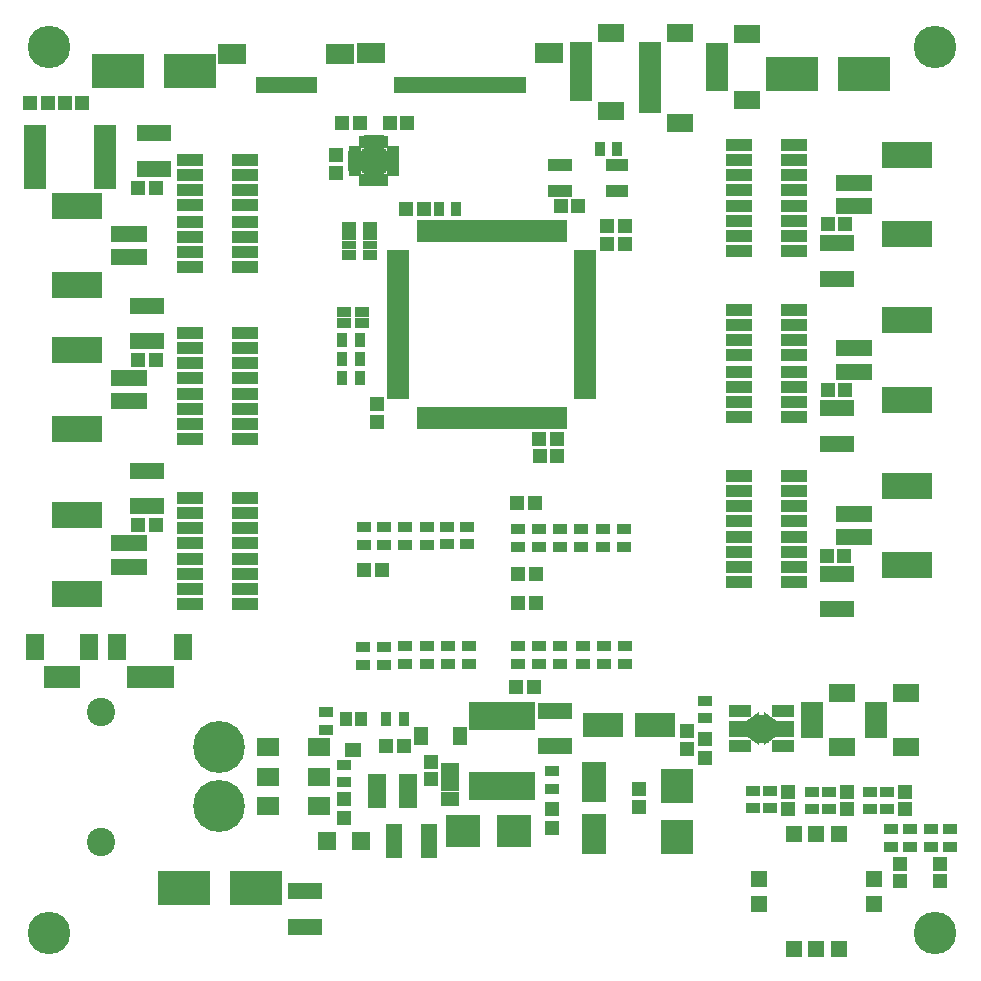
<source format=gts>
G04 #@! TF.GenerationSoftware,KiCad,Pcbnew,(5.0.0)*
G04 #@! TF.CreationDate,2020-01-25T17:25:25+09:00*
G04 #@! TF.ProjectId,General_purpose_lancer_board,47656E6572616C5F707572706F73655F,rev?*
G04 #@! TF.SameCoordinates,PX69618a0PY822d320*
G04 #@! TF.FileFunction,Soldermask,Top*
G04 #@! TF.FilePolarity,Negative*
%FSLAX46Y46*%
G04 Gerber Fmt 4.6, Leading zero omitted, Abs format (unit mm)*
G04 Created by KiCad (PCBNEW (5.0.0)) date 01/25/20 17:25:25*
%MOMM*%
%LPD*%
G01*
G04 APERTURE LIST*
%ADD10R,3.100000X1.400000*%
%ADD11R,4.200000X2.200000*%
%ADD12R,0.700000X1.400000*%
%ADD13R,2.400000X1.700000*%
%ADD14R,1.150000X0.900000*%
%ADD15R,0.600000X1.200000*%
%ADD16R,1.275000X1.200000*%
%ADD17R,1.200000X0.600000*%
%ADD18R,1.100000X0.600000*%
%ADD19R,0.600000X1.100000*%
%ADD20R,1.400000X1.400000*%
%ADD21R,1.300000X0.900000*%
%ADD22R,1.150000X1.200000*%
%ADD23R,1.200000X1.150000*%
%ADD24C,2.400000*%
%ADD25C,4.400000*%
%ADD26C,3.600000*%
%ADD27R,1.400000X1.200000*%
%ADD28R,1.050000X1.200000*%
%ADD29R,1.620000X1.050000*%
%ADD30R,5.550000X2.400000*%
%ADD31R,1.900000X1.600000*%
%ADD32R,4.400000X2.900000*%
%ADD33R,2.900000X1.400000*%
%ADD34R,1.400000X2.900000*%
%ADD35R,2.000000X3.400000*%
%ADD36R,3.400000X2.000000*%
%ADD37R,1.200000X1.200000*%
%ADD38R,1.500000X1.500000*%
%ADD39R,2.900000X2.700000*%
%ADD40R,1.500000X1.200000*%
%ADD41R,1.500000X2.400000*%
%ADD42R,1.300000X1.600000*%
%ADD43R,2.700000X2.900000*%
%ADD44R,2.180000X1.120000*%
%ADD45R,1.950000X1.000000*%
%ADD46R,2.200000X1.600000*%
%ADD47R,1.000000X1.950000*%
%ADD48R,1.600000X2.200000*%
%ADD49R,0.900000X1.300000*%
%ADD50R,2.000000X1.050000*%
%ADD51R,1.900000X1.050000*%
%ADD52R,1.900000X0.680000*%
%ADD53R,0.680000X1.900000*%
%ADD54C,1.150000*%
%ADD55C,0.100000*%
%ADD56R,1.900000X1.100000*%
%ADD57R,1.900000X1.400000*%
%ADD58R,1.200000X2.400000*%
%ADD59R,1.900000X0.850000*%
%ADD60R,1.200000X0.900000*%
%ADD61R,1.200000X0.800000*%
G04 APERTURE END LIST*
D10*
G04 #@! TO.C,J4*
X70700000Y66000000D03*
X70700000Y64000000D03*
D11*
X75150000Y68350000D03*
X75150000Y61650000D03*
G04 #@! TD*
D12*
G04 #@! TO.C,J17*
X42050000Y74300000D03*
X40550000Y74300000D03*
X41050000Y74300000D03*
X41550000Y74300000D03*
X40050000Y74300000D03*
X42550000Y74300000D03*
X39550000Y74300000D03*
X39050000Y74300000D03*
X38550000Y74300000D03*
X38050000Y74300000D03*
X37550000Y74300000D03*
X37050000Y74300000D03*
D13*
X44850000Y77000000D03*
D12*
X35050000Y74300000D03*
D13*
X29750000Y77000000D03*
D12*
X34550000Y74300000D03*
X33050000Y74300000D03*
X33550000Y74300000D03*
X35550000Y74300000D03*
X32050000Y74300000D03*
X36550000Y74300000D03*
X32550000Y74300000D03*
X34050000Y74300000D03*
X36050000Y74300000D03*
G04 #@! TD*
D14*
G04 #@! TO.C,LED1*
X27500000Y54100000D03*
X29050000Y54100000D03*
X29050000Y55100000D03*
X27500000Y55100000D03*
G04 #@! TD*
D15*
G04 #@! TO.C,U9*
X30610000Y66300000D03*
X30210000Y69420000D03*
D16*
X30445000Y67460000D03*
D17*
X28450000Y67660000D03*
D15*
X29410000Y69420000D03*
D18*
X28400000Y68860000D03*
X31620000Y66860000D03*
X31620000Y68860000D03*
D19*
X29010000Y69470000D03*
D17*
X31570000Y68460000D03*
D15*
X29810000Y69420000D03*
D17*
X28450000Y67260000D03*
D19*
X31010000Y66250000D03*
D17*
X31570000Y68060000D03*
D15*
X29810000Y66300000D03*
X30610000Y69420000D03*
D16*
X30445000Y68260000D03*
D17*
X31570000Y67260000D03*
D19*
X31010000Y69470000D03*
D15*
X29410000Y66300000D03*
D17*
X28450000Y68060000D03*
X28450000Y68460000D03*
D18*
X28400000Y66860000D03*
D15*
X30210000Y66300000D03*
D17*
X31570000Y67660000D03*
D19*
X29010000Y66250000D03*
D16*
X29575000Y67460000D03*
X29575000Y68260000D03*
G04 #@! TD*
D20*
G04 #@! TO.C,U10*
X72400000Y4900000D03*
X72400000Y7100000D03*
X62600000Y7100000D03*
X62600000Y4900000D03*
X69400000Y1100000D03*
X65600000Y1100000D03*
X65600000Y10900000D03*
X69400000Y10900000D03*
X67500000Y10900000D03*
X67500000Y1100000D03*
G04 #@! TD*
D21*
G04 #@! TO.C,R96*
X78800000Y11250000D03*
X78800000Y9750000D03*
G04 #@! TD*
G04 #@! TO.C,R92*
X77200000Y11250000D03*
X77200000Y9750000D03*
G04 #@! TD*
D22*
G04 #@! TO.C,C79*
X78000000Y6850000D03*
X78000000Y8350000D03*
G04 #@! TD*
D23*
G04 #@! TO.C,C12*
X44050000Y42900000D03*
X45550000Y42900000D03*
G04 #@! TD*
D21*
G04 #@! TO.C,R19*
X32700000Y36850000D03*
X32700000Y35350000D03*
G04 #@! TD*
D10*
G04 #@! TO.C,J5*
X9300000Y47500000D03*
X9300000Y49500000D03*
D11*
X4850000Y45150000D03*
X4850000Y51850000D03*
G04 #@! TD*
D10*
G04 #@! TO.C,J6*
X70700000Y38000000D03*
X70700000Y36000000D03*
D11*
X75150000Y40350000D03*
X75150000Y33650000D03*
G04 #@! TD*
D10*
G04 #@! TO.C,J7*
X9300000Y59700000D03*
X9300000Y61700000D03*
D11*
X4850000Y57350000D03*
X4850000Y64050000D03*
G04 #@! TD*
D10*
G04 #@! TO.C,J8*
X9300000Y33500000D03*
X9300000Y35500000D03*
D11*
X4850000Y31150000D03*
X4850000Y37850000D03*
G04 #@! TD*
D10*
G04 #@! TO.C,J9*
X70700000Y52000000D03*
X70700000Y50000000D03*
D11*
X75150000Y54350000D03*
X75150000Y47650000D03*
G04 #@! TD*
D24*
G04 #@! TO.C,J3*
X6900000Y21200000D03*
X6900000Y10200000D03*
D25*
X16900000Y18200000D03*
X16900000Y13200000D03*
G04 #@! TD*
D26*
G04 #@! TO.C,REF\002A\002A*
X2500000Y77500000D03*
G04 #@! TD*
G04 #@! TO.C,REF\002A\002A*
X2500000Y2500000D03*
G04 #@! TD*
G04 #@! TO.C,REF\002A\002A*
X77500000Y2500000D03*
G04 #@! TD*
G04 #@! TO.C,REF\002A\002A*
X77500000Y77500000D03*
G04 #@! TD*
D27*
G04 #@! TO.C,RV1*
X28300000Y18000000D03*
D28*
X28925000Y20600000D03*
X27675000Y20600000D03*
G04 #@! TD*
D29*
G04 #@! TO.C,U2*
X30290000Y15450000D03*
X30290000Y14500000D03*
X30290000Y13550000D03*
X32910000Y13550000D03*
X32910000Y14500000D03*
X32910000Y15450000D03*
G04 #@! TD*
D30*
G04 #@! TO.C,L2*
X40900000Y14900000D03*
X40900000Y20850000D03*
G04 #@! TD*
D31*
G04 #@! TO.C,SW2*
X25350000Y18200000D03*
X25350000Y13200000D03*
X21050000Y18200000D03*
X21050000Y13200000D03*
X21050000Y15700000D03*
X25350000Y15700000D03*
G04 #@! TD*
D23*
G04 #@! TO.C,C2*
X47350000Y64000000D03*
X45850000Y64000000D03*
G04 #@! TD*
G04 #@! TO.C,C6*
X32750000Y63800000D03*
X34250000Y63800000D03*
G04 #@! TD*
D22*
G04 #@! TO.C,C7*
X30300000Y47250000D03*
X30300000Y45750000D03*
G04 #@! TD*
D32*
G04 #@! TO.C,C8*
X20050000Y6300000D03*
X13950000Y6300000D03*
G04 #@! TD*
D33*
G04 #@! TO.C,C9*
X24200000Y6000000D03*
X24200000Y3000000D03*
G04 #@! TD*
D23*
G04 #@! TO.C,C10*
X44000000Y44300000D03*
X45500000Y44300000D03*
G04 #@! TD*
D34*
G04 #@! TO.C,C11*
X31700000Y10300000D03*
X34700000Y10300000D03*
G04 #@! TD*
D22*
G04 #@! TO.C,C14*
X51300000Y60850000D03*
X51300000Y62350000D03*
G04 #@! TD*
G04 #@! TO.C,C15*
X49800000Y62350000D03*
X49800000Y60850000D03*
G04 #@! TD*
G04 #@! TO.C,C16*
X34900000Y15500000D03*
X34900000Y17000000D03*
G04 #@! TD*
D23*
G04 #@! TO.C,C17*
X31050000Y18300000D03*
X32550000Y18300000D03*
G04 #@! TD*
D35*
G04 #@! TO.C,C18*
X48700000Y15300000D03*
X48700000Y10900000D03*
G04 #@! TD*
D33*
G04 #@! TO.C,C19*
X45400000Y21300000D03*
X45400000Y18300000D03*
G04 #@! TD*
D22*
G04 #@! TO.C,C20*
X52450000Y13150000D03*
X52450000Y14650000D03*
G04 #@! TD*
G04 #@! TO.C,C21*
X56550000Y18100000D03*
X56550000Y19600000D03*
G04 #@! TD*
D36*
G04 #@! TO.C,C22*
X53800000Y20100000D03*
X49400000Y20100000D03*
G04 #@! TD*
D23*
G04 #@! TO.C,C23*
X42250000Y30400000D03*
X43750000Y30400000D03*
G04 #@! TD*
G04 #@! TO.C,C25*
X42150000Y38900000D03*
X43650000Y38900000D03*
G04 #@! TD*
G04 #@! TO.C,C27*
X42100000Y23300000D03*
X43600000Y23300000D03*
G04 #@! TD*
G04 #@! TO.C,C28*
X29200000Y33200000D03*
X30700000Y33200000D03*
G04 #@! TD*
G04 #@! TO.C,C29*
X42250000Y32900000D03*
X43750000Y32900000D03*
G04 #@! TD*
G04 #@! TO.C,C43*
X68450000Y62500000D03*
X69950000Y62500000D03*
G04 #@! TD*
G04 #@! TO.C,C46*
X11550000Y51000000D03*
X10050000Y51000000D03*
G04 #@! TD*
G04 #@! TO.C,C49*
X68350000Y34400000D03*
X69850000Y34400000D03*
G04 #@! TD*
G04 #@! TO.C,C53*
X11550000Y65600000D03*
X10050000Y65600000D03*
G04 #@! TD*
D33*
G04 #@! TO.C,C55*
X69200000Y60900000D03*
X69200000Y57900000D03*
G04 #@! TD*
G04 #@! TO.C,C56*
X10800000Y52600000D03*
X10800000Y55600000D03*
G04 #@! TD*
G04 #@! TO.C,C57*
X69200000Y32900000D03*
X69200000Y29900000D03*
G04 #@! TD*
G04 #@! TO.C,C58*
X11400000Y67200000D03*
X11400000Y70200000D03*
G04 #@! TD*
D23*
G04 #@! TO.C,C63*
X950000Y72800000D03*
X2450000Y72800000D03*
G04 #@! TD*
G04 #@! TO.C,C64*
X5350000Y72800000D03*
X3850000Y72800000D03*
G04 #@! TD*
G04 #@! TO.C,C68*
X11550000Y37000000D03*
X10050000Y37000000D03*
G04 #@! TD*
G04 #@! TO.C,C71*
X68450000Y48500000D03*
X69950000Y48500000D03*
G04 #@! TD*
D33*
G04 #@! TO.C,C73*
X10800000Y38600000D03*
X10800000Y41600000D03*
G04 #@! TD*
G04 #@! TO.C,C74*
X69200000Y46900000D03*
X69200000Y43900000D03*
G04 #@! TD*
D22*
G04 #@! TO.C,C75*
X65100000Y12950000D03*
X65100000Y14450000D03*
G04 #@! TD*
G04 #@! TO.C,C76*
X26800000Y66850000D03*
X26800000Y68350000D03*
G04 #@! TD*
D23*
G04 #@! TO.C,C77*
X28850000Y71100000D03*
X27350000Y71100000D03*
G04 #@! TD*
G04 #@! TO.C,C78*
X31350000Y71100000D03*
X32850000Y71100000D03*
G04 #@! TD*
D22*
G04 #@! TO.C,C80*
X70100000Y12950000D03*
X70100000Y14450000D03*
G04 #@! TD*
G04 #@! TO.C,C81*
X75000000Y12950000D03*
X75000000Y14450000D03*
G04 #@! TD*
G04 #@! TO.C,C82*
X74600000Y6850000D03*
X74600000Y8350000D03*
G04 #@! TD*
D32*
G04 #@! TO.C,C85*
X8350000Y75500000D03*
X14450000Y75500000D03*
G04 #@! TD*
G04 #@! TO.C,C86*
X71550000Y75200000D03*
X65450000Y75200000D03*
G04 #@! TD*
D37*
G04 #@! TO.C,D1*
X27500000Y13800000D03*
X27500000Y12200000D03*
G04 #@! TD*
D38*
G04 #@! TO.C,D2*
X28900000Y10300000D03*
X26100000Y10300000D03*
G04 #@! TD*
D39*
G04 #@! TO.C,D3*
X37550000Y11100000D03*
X41850000Y11100000D03*
G04 #@! TD*
D40*
G04 #@! TO.C,D4*
X36500000Y13800000D03*
D41*
X36500000Y15700000D03*
G04 #@! TD*
D42*
G04 #@! TO.C,D5*
X34050000Y19200000D03*
X37350000Y19200000D03*
G04 #@! TD*
D43*
G04 #@! TO.C,D6*
X55700000Y14900000D03*
X55700000Y10600000D03*
G04 #@! TD*
D37*
G04 #@! TO.C,D7*
X45100000Y13000000D03*
X45100000Y11400000D03*
G04 #@! TD*
G04 #@! TO.C,D8*
X58100000Y18900000D03*
X58100000Y17300000D03*
G04 #@! TD*
D44*
G04 #@! TO.C,FET1*
X65580000Y62730000D03*
X65580000Y61460000D03*
X65580000Y60190000D03*
X65580000Y64000000D03*
X60900000Y60190000D03*
X60900000Y61460000D03*
X60900000Y62730000D03*
X60900000Y64000000D03*
G04 #@! TD*
G04 #@! TO.C,FET2*
X65580000Y67930000D03*
X65580000Y66660000D03*
X65580000Y65390000D03*
X65580000Y69200000D03*
X60900000Y65390000D03*
X60900000Y66660000D03*
X60900000Y67930000D03*
X60900000Y69200000D03*
G04 #@! TD*
G04 #@! TO.C,FET3*
X14420000Y50770000D03*
X14420000Y52040000D03*
X14420000Y53310000D03*
X14420000Y49500000D03*
X19100000Y53310000D03*
X19100000Y52040000D03*
X19100000Y50770000D03*
X19100000Y49500000D03*
G04 #@! TD*
G04 #@! TO.C,FET4*
X14420000Y45570000D03*
X14420000Y46840000D03*
X14420000Y48110000D03*
X14420000Y44300000D03*
X19100000Y48110000D03*
X19100000Y46840000D03*
X19100000Y45570000D03*
X19100000Y44300000D03*
G04 #@! TD*
G04 #@! TO.C,FET5*
X65580000Y34730000D03*
X65580000Y33460000D03*
X65580000Y32190000D03*
X65580000Y36000000D03*
X60900000Y32190000D03*
X60900000Y33460000D03*
X60900000Y34730000D03*
X60900000Y36000000D03*
G04 #@! TD*
G04 #@! TO.C,FET6*
X65580000Y39930000D03*
X65580000Y38660000D03*
X65580000Y37390000D03*
X65580000Y41200000D03*
X60900000Y37390000D03*
X60900000Y38660000D03*
X60900000Y39930000D03*
X60900000Y41200000D03*
G04 #@! TD*
G04 #@! TO.C,FET7*
X14420000Y65370000D03*
X14420000Y66640000D03*
X14420000Y67910000D03*
X14420000Y64100000D03*
X19100000Y67910000D03*
X19100000Y66640000D03*
X19100000Y65370000D03*
X19100000Y64100000D03*
G04 #@! TD*
G04 #@! TO.C,FET8*
X14420000Y60170000D03*
X14420000Y61440000D03*
X14420000Y62710000D03*
X14420000Y58900000D03*
X19100000Y62710000D03*
X19100000Y61440000D03*
X19100000Y60170000D03*
X19100000Y58900000D03*
G04 #@! TD*
G04 #@! TO.C,FET9*
X14420000Y36770000D03*
X14420000Y38040000D03*
X14420000Y39310000D03*
X14420000Y35500000D03*
X19100000Y39310000D03*
X19100000Y38040000D03*
X19100000Y36770000D03*
X19100000Y35500000D03*
G04 #@! TD*
G04 #@! TO.C,FET10*
X14420000Y31570000D03*
X14420000Y32840000D03*
X14420000Y34110000D03*
X14420000Y30300000D03*
X19100000Y34110000D03*
X19100000Y32840000D03*
X19100000Y31570000D03*
X19100000Y30300000D03*
G04 #@! TD*
G04 #@! TO.C,FET11*
X65580000Y48730000D03*
X65580000Y47460000D03*
X65580000Y46190000D03*
X65580000Y50000000D03*
X60900000Y46190000D03*
X60900000Y47460000D03*
X60900000Y48730000D03*
X60900000Y50000000D03*
G04 #@! TD*
G04 #@! TO.C,FET12*
X65580000Y53930000D03*
X65580000Y52660000D03*
X65580000Y51390000D03*
X65580000Y55200000D03*
X60900000Y51390000D03*
X60900000Y52660000D03*
X60900000Y53930000D03*
X60900000Y55200000D03*
G04 #@! TD*
D45*
G04 #@! TO.C,J1*
X53437500Y77400000D03*
X53437500Y76400000D03*
X53437500Y75400000D03*
X53437500Y74400000D03*
X53437500Y73400000D03*
X53437500Y72400000D03*
D46*
X55962500Y78700000D03*
X55962500Y71100000D03*
G04 #@! TD*
D45*
G04 #@! TO.C,J2*
X59100000Y77300000D03*
X59100000Y76300000D03*
X59100000Y75300000D03*
X59100000Y74300000D03*
D46*
X61625000Y78600000D03*
X61625000Y73000000D03*
G04 #@! TD*
D47*
G04 #@! TO.C,J10*
X9600000Y24137500D03*
X10600000Y24137500D03*
X11600000Y24137500D03*
X12600000Y24137500D03*
D48*
X8300000Y26662500D03*
X13900000Y26662500D03*
G04 #@! TD*
D47*
G04 #@! TO.C,J11*
X2600000Y24137500D03*
X3600000Y24137500D03*
X4600000Y24137500D03*
D48*
X1300000Y26662500D03*
X5900000Y26662500D03*
G04 #@! TD*
D45*
G04 #@! TO.C,J12*
X67137500Y21500000D03*
X67137500Y20500000D03*
X67137500Y19500000D03*
D46*
X69662500Y22800000D03*
X69662500Y18200000D03*
G04 #@! TD*
D45*
G04 #@! TO.C,J14*
X72537500Y21500000D03*
X72537500Y20500000D03*
X72537500Y19500000D03*
D46*
X75062500Y22800000D03*
X75062500Y18200000D03*
G04 #@! TD*
D45*
G04 #@! TO.C,J15*
X47537500Y77400000D03*
X47537500Y76400000D03*
X47537500Y75400000D03*
X47537500Y74400000D03*
X47537500Y73400000D03*
D46*
X50062500Y78700000D03*
X50062500Y72100000D03*
G04 #@! TD*
D13*
G04 #@! TO.C,J16*
X27150000Y76950000D03*
X18050000Y76950000D03*
D12*
X24850000Y74250000D03*
X24350000Y74250000D03*
X23850000Y74250000D03*
X23350000Y74250000D03*
X22850000Y74250000D03*
X22350000Y74250000D03*
X21850000Y74250000D03*
X21350000Y74250000D03*
X20850000Y74250000D03*
X20350000Y74250000D03*
G04 #@! TD*
D49*
G04 #@! TO.C,R1*
X49150000Y68900000D03*
X50650000Y68900000D03*
G04 #@! TD*
G04 #@! TO.C,R3*
X35500000Y63800000D03*
X37000000Y63800000D03*
G04 #@! TD*
D21*
G04 #@! TO.C,R4*
X27500000Y16750000D03*
X27500000Y15250000D03*
G04 #@! TD*
D49*
G04 #@! TO.C,R6*
X32550000Y20600000D03*
X31050000Y20600000D03*
G04 #@! TD*
D21*
G04 #@! TO.C,R7*
X26000000Y21200000D03*
X26000000Y19700000D03*
G04 #@! TD*
G04 #@! TO.C,R8*
X45100000Y16200000D03*
X45100000Y14700000D03*
G04 #@! TD*
G04 #@! TO.C,R9*
X58100000Y22150000D03*
X58100000Y20650000D03*
G04 #@! TD*
G04 #@! TO.C,R10*
X42200000Y26750000D03*
X42200000Y25250000D03*
G04 #@! TD*
G04 #@! TO.C,R11*
X29200000Y36850000D03*
X29200000Y35350000D03*
G04 #@! TD*
G04 #@! TO.C,R12*
X42200000Y36650000D03*
X42200000Y35150000D03*
G04 #@! TD*
G04 #@! TO.C,R13*
X29100000Y26700000D03*
X29100000Y25200000D03*
G04 #@! TD*
G04 #@! TO.C,R14*
X44000000Y26750000D03*
X44000000Y25250000D03*
G04 #@! TD*
G04 #@! TO.C,R15*
X30900000Y36850000D03*
X30900000Y35350000D03*
G04 #@! TD*
G04 #@! TO.C,R16*
X44000000Y36650000D03*
X44000000Y35150000D03*
G04 #@! TD*
G04 #@! TO.C,R17*
X30900000Y26700000D03*
X30900000Y25200000D03*
G04 #@! TD*
G04 #@! TO.C,R18*
X45800000Y26750000D03*
X45800000Y25250000D03*
G04 #@! TD*
G04 #@! TO.C,R20*
X45800000Y36650000D03*
X45800000Y35150000D03*
G04 #@! TD*
G04 #@! TO.C,R21*
X32700000Y26750000D03*
X32700000Y25250000D03*
G04 #@! TD*
G04 #@! TO.C,R22*
X47700000Y26750000D03*
X47700000Y25250000D03*
G04 #@! TD*
G04 #@! TO.C,R23*
X34500000Y36850000D03*
X34500000Y35350000D03*
G04 #@! TD*
G04 #@! TO.C,R24*
X47600000Y36650000D03*
X47600000Y35150000D03*
G04 #@! TD*
G04 #@! TO.C,R25*
X34500000Y26750000D03*
X34500000Y25250000D03*
G04 #@! TD*
G04 #@! TO.C,R26*
X49500000Y26750000D03*
X49500000Y25250000D03*
G04 #@! TD*
G04 #@! TO.C,R27*
X36200000Y36900000D03*
X36200000Y35400000D03*
G04 #@! TD*
G04 #@! TO.C,R28*
X49400000Y36650000D03*
X49400000Y35150000D03*
G04 #@! TD*
G04 #@! TO.C,R29*
X36300000Y26750000D03*
X36300000Y25250000D03*
G04 #@! TD*
G04 #@! TO.C,R30*
X51300000Y26750000D03*
X51300000Y25250000D03*
G04 #@! TD*
G04 #@! TO.C,R31*
X37900000Y36900000D03*
X37900000Y35400000D03*
G04 #@! TD*
G04 #@! TO.C,R32*
X51200000Y36650000D03*
X51200000Y35150000D03*
G04 #@! TD*
G04 #@! TO.C,R33*
X38100000Y26750000D03*
X38100000Y25250000D03*
G04 #@! TD*
D49*
G04 #@! TO.C,R84*
X28850000Y49500000D03*
X27350000Y49500000D03*
G04 #@! TD*
G04 #@! TO.C,R85*
X28850000Y51100000D03*
X27350000Y51100000D03*
G04 #@! TD*
G04 #@! TO.C,R86*
X28850000Y52700000D03*
X27350000Y52700000D03*
G04 #@! TD*
D21*
G04 #@! TO.C,R87*
X62100000Y13050000D03*
X62100000Y14550000D03*
G04 #@! TD*
G04 #@! TO.C,R88*
X63600000Y14550000D03*
X63600000Y13050000D03*
G04 #@! TD*
G04 #@! TO.C,R89*
X68600000Y14450000D03*
X68600000Y12950000D03*
G04 #@! TD*
G04 #@! TO.C,R90*
X73500000Y14450000D03*
X73500000Y12950000D03*
G04 #@! TD*
G04 #@! TO.C,R91*
X73800000Y11250000D03*
X73800000Y9750000D03*
G04 #@! TD*
G04 #@! TO.C,R93*
X75400000Y11250000D03*
X75400000Y9750000D03*
G04 #@! TD*
G04 #@! TO.C,R94*
X72000000Y14450000D03*
X72000000Y12950000D03*
G04 #@! TD*
G04 #@! TO.C,R95*
X67100000Y14450000D03*
X67100000Y12950000D03*
G04 #@! TD*
D50*
G04 #@! TO.C,SW1*
X45800000Y65350000D03*
D51*
X50600000Y65350000D03*
D50*
X45800000Y67500000D03*
D51*
X50600000Y67500000D03*
G04 #@! TD*
D52*
G04 #@! TO.C,U1*
X32100000Y60000000D03*
X32100000Y59500000D03*
X32100000Y59000000D03*
X32100000Y58500000D03*
X32100000Y58000000D03*
X32100000Y57500000D03*
X32100000Y57000000D03*
X32100000Y56500000D03*
X32100000Y56000000D03*
X32100000Y55500000D03*
X32100000Y55000000D03*
X32100000Y54500000D03*
X32100000Y54000000D03*
X32100000Y53500000D03*
X32100000Y53000000D03*
X32100000Y52500000D03*
X32100000Y52000000D03*
X32100000Y51500000D03*
X32100000Y51000000D03*
X32100000Y50500000D03*
X32100000Y50000000D03*
X32100000Y49500000D03*
X32100000Y49000000D03*
X32100000Y48500000D03*
X32100000Y48000000D03*
D53*
X34000000Y46100000D03*
X34500000Y46100000D03*
X35000000Y46100000D03*
X35500000Y46100000D03*
X36000000Y46100000D03*
X36500000Y46100000D03*
X37000000Y46100000D03*
X37500000Y46100000D03*
X38000000Y46100000D03*
X38500000Y46100000D03*
X39000000Y46100000D03*
X39500000Y46100000D03*
X40000000Y46100000D03*
X40500000Y46100000D03*
X41000000Y46100000D03*
X41500000Y46100000D03*
X42000000Y46100000D03*
X42500000Y46100000D03*
X43000000Y46100000D03*
X43500000Y46100000D03*
X44000000Y46100000D03*
X44500000Y46100000D03*
X45000000Y46100000D03*
X45500000Y46100000D03*
X46000000Y46100000D03*
D52*
X47900000Y48000000D03*
X47900000Y48500000D03*
X47900000Y49000000D03*
X47900000Y49500000D03*
X47900000Y50000000D03*
X47900000Y50500000D03*
X47900000Y51000000D03*
X47900000Y51500000D03*
X47900000Y52000000D03*
X47900000Y52500000D03*
X47900000Y53000000D03*
X47900000Y53500000D03*
X47900000Y54000000D03*
X47900000Y54500000D03*
X47900000Y55000000D03*
X47900000Y55500000D03*
X47900000Y56000000D03*
X47900000Y56500000D03*
X47900000Y57000000D03*
X47900000Y57500000D03*
X47900000Y58000000D03*
X47900000Y58500000D03*
X47900000Y59000000D03*
X47900000Y59500000D03*
X47900000Y60000000D03*
D53*
X46000000Y61900000D03*
X45500000Y61900000D03*
X45000000Y61900000D03*
X44500000Y61900000D03*
X44000000Y61900000D03*
X43500000Y61900000D03*
X43000000Y61900000D03*
X42500000Y61900000D03*
X42000000Y61900000D03*
X41500000Y61900000D03*
X41000000Y61900000D03*
X40500000Y61900000D03*
X40000000Y61900000D03*
X39500000Y61900000D03*
X39000000Y61900000D03*
X38500000Y61900000D03*
X38000000Y61900000D03*
X37500000Y61900000D03*
X37000000Y61900000D03*
X36500000Y61900000D03*
X36000000Y61900000D03*
X35500000Y61900000D03*
X35000000Y61900000D03*
X34500000Y61900000D03*
X34000000Y61900000D03*
G04 #@! TD*
D54*
G04 #@! TO.C,U3*
X62075000Y19800000D03*
D55*
G36*
X62650000Y18426297D02*
X61500000Y19192963D01*
X61500000Y20407037D01*
X62650000Y21173703D01*
X62650000Y18426297D01*
X62650000Y18426297D01*
G37*
D56*
X61000000Y18300000D03*
X61000000Y21300000D03*
X64700000Y18300000D03*
D57*
X64700000Y19800000D03*
D56*
X64700000Y21300000D03*
D57*
X61000000Y19800000D03*
D54*
X63625000Y19800000D03*
D55*
G36*
X63050000Y21173703D02*
X64200000Y20407037D01*
X64200000Y19192963D01*
X63050000Y18426297D01*
X63050000Y21173703D01*
X63050000Y21173703D01*
G37*
D58*
X62850000Y19800000D03*
G04 #@! TD*
D59*
G04 #@! TO.C,U8*
X7250000Y65925000D03*
X7250000Y66575000D03*
X7250000Y67225000D03*
X7250000Y67875000D03*
X7250000Y68525000D03*
X7250000Y69175000D03*
X7250000Y69825000D03*
X7250000Y70475000D03*
X1350000Y70475000D03*
X1350000Y69825000D03*
X1350000Y69175000D03*
X1350000Y68525000D03*
X1350000Y67875000D03*
X1350000Y67225000D03*
X1350000Y66575000D03*
X1350000Y65925000D03*
G04 #@! TD*
D60*
G04 #@! TO.C,RN7*
X29700000Y59900000D03*
D61*
X29700000Y61500000D03*
X29700000Y60700000D03*
D60*
X29700000Y62300000D03*
D61*
X27900000Y60700000D03*
D60*
X27900000Y59900000D03*
D61*
X27900000Y61500000D03*
D60*
X27900000Y62300000D03*
G04 #@! TD*
M02*

</source>
